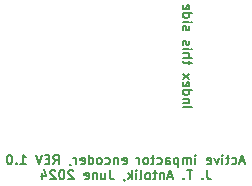
<source format=gbr>
%TF.GenerationSoftware,KiCad,Pcbnew,7.0.6*%
%TF.CreationDate,2024-06-20T12:42:18-04:00*%
%TF.ProjectId,ActiveImpactor_Encoder_Celera,41637469-7665-4496-9d70-6163746f725f,rev?*%
%TF.SameCoordinates,Original*%
%TF.FileFunction,Legend,Bot*%
%TF.FilePolarity,Positive*%
%FSLAX46Y46*%
G04 Gerber Fmt 4.6, Leading zero omitted, Abs format (unit mm)*
G04 Created by KiCad (PCBNEW 7.0.6) date 2024-06-20 12:42:18*
%MOMM*%
%LPD*%
G01*
G04 APERTURE LIST*
%ADD10C,0.150000*%
G04 APERTURE END LIST*
D10*
X10057143Y-7289723D02*
X9676190Y-7289723D01*
X10133333Y-7518295D02*
X9866666Y-6718295D01*
X9866666Y-6718295D02*
X9600000Y-7518295D01*
X8990476Y-7480200D02*
X9066667Y-7518295D01*
X9066667Y-7518295D02*
X9219048Y-7518295D01*
X9219048Y-7518295D02*
X9295238Y-7480200D01*
X9295238Y-7480200D02*
X9333333Y-7442104D01*
X9333333Y-7442104D02*
X9371429Y-7365914D01*
X9371429Y-7365914D02*
X9371429Y-7137342D01*
X9371429Y-7137342D02*
X9333333Y-7061152D01*
X9333333Y-7061152D02*
X9295238Y-7023057D01*
X9295238Y-7023057D02*
X9219048Y-6984961D01*
X9219048Y-6984961D02*
X9066667Y-6984961D01*
X9066667Y-6984961D02*
X8990476Y-7023057D01*
X8761905Y-6984961D02*
X8457143Y-6984961D01*
X8647619Y-6718295D02*
X8647619Y-7404009D01*
X8647619Y-7404009D02*
X8609524Y-7480200D01*
X8609524Y-7480200D02*
X8533334Y-7518295D01*
X8533334Y-7518295D02*
X8457143Y-7518295D01*
X8190476Y-7518295D02*
X8190476Y-6984961D01*
X8190476Y-6718295D02*
X8228572Y-6756390D01*
X8228572Y-6756390D02*
X8190476Y-6794485D01*
X8190476Y-6794485D02*
X8152381Y-6756390D01*
X8152381Y-6756390D02*
X8190476Y-6718295D01*
X8190476Y-6718295D02*
X8190476Y-6794485D01*
X7885715Y-6984961D02*
X7695239Y-7518295D01*
X7695239Y-7518295D02*
X7504762Y-6984961D01*
X6895238Y-7480200D02*
X6971429Y-7518295D01*
X6971429Y-7518295D02*
X7123810Y-7518295D01*
X7123810Y-7518295D02*
X7200000Y-7480200D01*
X7200000Y-7480200D02*
X7238096Y-7404009D01*
X7238096Y-7404009D02*
X7238096Y-7099247D01*
X7238096Y-7099247D02*
X7200000Y-7023057D01*
X7200000Y-7023057D02*
X7123810Y-6984961D01*
X7123810Y-6984961D02*
X6971429Y-6984961D01*
X6971429Y-6984961D02*
X6895238Y-7023057D01*
X6895238Y-7023057D02*
X6857143Y-7099247D01*
X6857143Y-7099247D02*
X6857143Y-7175438D01*
X6857143Y-7175438D02*
X7238096Y-7251628D01*
X5904762Y-7518295D02*
X5904762Y-6984961D01*
X5904762Y-6718295D02*
X5942858Y-6756390D01*
X5942858Y-6756390D02*
X5904762Y-6794485D01*
X5904762Y-6794485D02*
X5866667Y-6756390D01*
X5866667Y-6756390D02*
X5904762Y-6718295D01*
X5904762Y-6718295D02*
X5904762Y-6794485D01*
X5523810Y-7518295D02*
X5523810Y-6984961D01*
X5523810Y-7061152D02*
X5485715Y-7023057D01*
X5485715Y-7023057D02*
X5409525Y-6984961D01*
X5409525Y-6984961D02*
X5295239Y-6984961D01*
X5295239Y-6984961D02*
X5219048Y-7023057D01*
X5219048Y-7023057D02*
X5180953Y-7099247D01*
X5180953Y-7099247D02*
X5180953Y-7518295D01*
X5180953Y-7099247D02*
X5142858Y-7023057D01*
X5142858Y-7023057D02*
X5066667Y-6984961D01*
X5066667Y-6984961D02*
X4952382Y-6984961D01*
X4952382Y-6984961D02*
X4876191Y-7023057D01*
X4876191Y-7023057D02*
X4838096Y-7099247D01*
X4838096Y-7099247D02*
X4838096Y-7518295D01*
X4457143Y-6984961D02*
X4457143Y-7784961D01*
X4457143Y-7023057D02*
X4380953Y-6984961D01*
X4380953Y-6984961D02*
X4228572Y-6984961D01*
X4228572Y-6984961D02*
X4152381Y-7023057D01*
X4152381Y-7023057D02*
X4114286Y-7061152D01*
X4114286Y-7061152D02*
X4076191Y-7137342D01*
X4076191Y-7137342D02*
X4076191Y-7365914D01*
X4076191Y-7365914D02*
X4114286Y-7442104D01*
X4114286Y-7442104D02*
X4152381Y-7480200D01*
X4152381Y-7480200D02*
X4228572Y-7518295D01*
X4228572Y-7518295D02*
X4380953Y-7518295D01*
X4380953Y-7518295D02*
X4457143Y-7480200D01*
X3390476Y-7518295D02*
X3390476Y-7099247D01*
X3390476Y-7099247D02*
X3428571Y-7023057D01*
X3428571Y-7023057D02*
X3504762Y-6984961D01*
X3504762Y-6984961D02*
X3657143Y-6984961D01*
X3657143Y-6984961D02*
X3733333Y-7023057D01*
X3390476Y-7480200D02*
X3466667Y-7518295D01*
X3466667Y-7518295D02*
X3657143Y-7518295D01*
X3657143Y-7518295D02*
X3733333Y-7480200D01*
X3733333Y-7480200D02*
X3771429Y-7404009D01*
X3771429Y-7404009D02*
X3771429Y-7327819D01*
X3771429Y-7327819D02*
X3733333Y-7251628D01*
X3733333Y-7251628D02*
X3657143Y-7213533D01*
X3657143Y-7213533D02*
X3466667Y-7213533D01*
X3466667Y-7213533D02*
X3390476Y-7175438D01*
X2666666Y-7480200D02*
X2742857Y-7518295D01*
X2742857Y-7518295D02*
X2895238Y-7518295D01*
X2895238Y-7518295D02*
X2971428Y-7480200D01*
X2971428Y-7480200D02*
X3009523Y-7442104D01*
X3009523Y-7442104D02*
X3047619Y-7365914D01*
X3047619Y-7365914D02*
X3047619Y-7137342D01*
X3047619Y-7137342D02*
X3009523Y-7061152D01*
X3009523Y-7061152D02*
X2971428Y-7023057D01*
X2971428Y-7023057D02*
X2895238Y-6984961D01*
X2895238Y-6984961D02*
X2742857Y-6984961D01*
X2742857Y-6984961D02*
X2666666Y-7023057D01*
X2438095Y-6984961D02*
X2133333Y-6984961D01*
X2323809Y-6718295D02*
X2323809Y-7404009D01*
X2323809Y-7404009D02*
X2285714Y-7480200D01*
X2285714Y-7480200D02*
X2209524Y-7518295D01*
X2209524Y-7518295D02*
X2133333Y-7518295D01*
X1752381Y-7518295D02*
X1828571Y-7480200D01*
X1828571Y-7480200D02*
X1866666Y-7442104D01*
X1866666Y-7442104D02*
X1904762Y-7365914D01*
X1904762Y-7365914D02*
X1904762Y-7137342D01*
X1904762Y-7137342D02*
X1866666Y-7061152D01*
X1866666Y-7061152D02*
X1828571Y-7023057D01*
X1828571Y-7023057D02*
X1752381Y-6984961D01*
X1752381Y-6984961D02*
X1638095Y-6984961D01*
X1638095Y-6984961D02*
X1561904Y-7023057D01*
X1561904Y-7023057D02*
X1523809Y-7061152D01*
X1523809Y-7061152D02*
X1485714Y-7137342D01*
X1485714Y-7137342D02*
X1485714Y-7365914D01*
X1485714Y-7365914D02*
X1523809Y-7442104D01*
X1523809Y-7442104D02*
X1561904Y-7480200D01*
X1561904Y-7480200D02*
X1638095Y-7518295D01*
X1638095Y-7518295D02*
X1752381Y-7518295D01*
X1142856Y-7518295D02*
X1142856Y-6984961D01*
X1142856Y-7137342D02*
X1104761Y-7061152D01*
X1104761Y-7061152D02*
X1066666Y-7023057D01*
X1066666Y-7023057D02*
X990475Y-6984961D01*
X990475Y-6984961D02*
X914285Y-6984961D01*
X-266667Y-7480200D02*
X-190476Y-7518295D01*
X-190476Y-7518295D02*
X-38095Y-7518295D01*
X-38095Y-7518295D02*
X38094Y-7480200D01*
X38094Y-7480200D02*
X76190Y-7404009D01*
X76190Y-7404009D02*
X76190Y-7099247D01*
X76190Y-7099247D02*
X38094Y-7023057D01*
X38094Y-7023057D02*
X-38095Y-6984961D01*
X-38095Y-6984961D02*
X-190476Y-6984961D01*
X-190476Y-6984961D02*
X-266667Y-7023057D01*
X-266667Y-7023057D02*
X-304762Y-7099247D01*
X-304762Y-7099247D02*
X-304762Y-7175438D01*
X-304762Y-7175438D02*
X76190Y-7251628D01*
X-647619Y-6984961D02*
X-647619Y-7518295D01*
X-647619Y-7061152D02*
X-685714Y-7023057D01*
X-685714Y-7023057D02*
X-761904Y-6984961D01*
X-761904Y-6984961D02*
X-876190Y-6984961D01*
X-876190Y-6984961D02*
X-952381Y-7023057D01*
X-952381Y-7023057D02*
X-990476Y-7099247D01*
X-990476Y-7099247D02*
X-990476Y-7518295D01*
X-1714286Y-7480200D02*
X-1638095Y-7518295D01*
X-1638095Y-7518295D02*
X-1485714Y-7518295D01*
X-1485714Y-7518295D02*
X-1409524Y-7480200D01*
X-1409524Y-7480200D02*
X-1371429Y-7442104D01*
X-1371429Y-7442104D02*
X-1333333Y-7365914D01*
X-1333333Y-7365914D02*
X-1333333Y-7137342D01*
X-1333333Y-7137342D02*
X-1371429Y-7061152D01*
X-1371429Y-7061152D02*
X-1409524Y-7023057D01*
X-1409524Y-7023057D02*
X-1485714Y-6984961D01*
X-1485714Y-6984961D02*
X-1638095Y-6984961D01*
X-1638095Y-6984961D02*
X-1714286Y-7023057D01*
X-2171428Y-7518295D02*
X-2095238Y-7480200D01*
X-2095238Y-7480200D02*
X-2057143Y-7442104D01*
X-2057143Y-7442104D02*
X-2019047Y-7365914D01*
X-2019047Y-7365914D02*
X-2019047Y-7137342D01*
X-2019047Y-7137342D02*
X-2057143Y-7061152D01*
X-2057143Y-7061152D02*
X-2095238Y-7023057D01*
X-2095238Y-7023057D02*
X-2171428Y-6984961D01*
X-2171428Y-6984961D02*
X-2285714Y-6984961D01*
X-2285714Y-6984961D02*
X-2361905Y-7023057D01*
X-2361905Y-7023057D02*
X-2400000Y-7061152D01*
X-2400000Y-7061152D02*
X-2438095Y-7137342D01*
X-2438095Y-7137342D02*
X-2438095Y-7365914D01*
X-2438095Y-7365914D02*
X-2400000Y-7442104D01*
X-2400000Y-7442104D02*
X-2361905Y-7480200D01*
X-2361905Y-7480200D02*
X-2285714Y-7518295D01*
X-2285714Y-7518295D02*
X-2171428Y-7518295D01*
X-3123810Y-7518295D02*
X-3123810Y-6718295D01*
X-3123810Y-7480200D02*
X-3047619Y-7518295D01*
X-3047619Y-7518295D02*
X-2895238Y-7518295D01*
X-2895238Y-7518295D02*
X-2819048Y-7480200D01*
X-2819048Y-7480200D02*
X-2780953Y-7442104D01*
X-2780953Y-7442104D02*
X-2742857Y-7365914D01*
X-2742857Y-7365914D02*
X-2742857Y-7137342D01*
X-2742857Y-7137342D02*
X-2780953Y-7061152D01*
X-2780953Y-7061152D02*
X-2819048Y-7023057D01*
X-2819048Y-7023057D02*
X-2895238Y-6984961D01*
X-2895238Y-6984961D02*
X-3047619Y-6984961D01*
X-3047619Y-6984961D02*
X-3123810Y-7023057D01*
X-3809525Y-7480200D02*
X-3733334Y-7518295D01*
X-3733334Y-7518295D02*
X-3580953Y-7518295D01*
X-3580953Y-7518295D02*
X-3504763Y-7480200D01*
X-3504763Y-7480200D02*
X-3466667Y-7404009D01*
X-3466667Y-7404009D02*
X-3466667Y-7099247D01*
X-3466667Y-7099247D02*
X-3504763Y-7023057D01*
X-3504763Y-7023057D02*
X-3580953Y-6984961D01*
X-3580953Y-6984961D02*
X-3733334Y-6984961D01*
X-3733334Y-6984961D02*
X-3809525Y-7023057D01*
X-3809525Y-7023057D02*
X-3847620Y-7099247D01*
X-3847620Y-7099247D02*
X-3847620Y-7175438D01*
X-3847620Y-7175438D02*
X-3466667Y-7251628D01*
X-4190477Y-7518295D02*
X-4190477Y-6984961D01*
X-4190477Y-7137342D02*
X-4228572Y-7061152D01*
X-4228572Y-7061152D02*
X-4266667Y-7023057D01*
X-4266667Y-7023057D02*
X-4342858Y-6984961D01*
X-4342858Y-6984961D02*
X-4419048Y-6984961D01*
X-4723810Y-7480200D02*
X-4723810Y-7518295D01*
X-4723810Y-7518295D02*
X-4685715Y-7594485D01*
X-4685715Y-7594485D02*
X-4647619Y-7632580D01*
X-6133334Y-7518295D02*
X-5866667Y-7137342D01*
X-5676191Y-7518295D02*
X-5676191Y-6718295D01*
X-5676191Y-6718295D02*
X-5980953Y-6718295D01*
X-5980953Y-6718295D02*
X-6057143Y-6756390D01*
X-6057143Y-6756390D02*
X-6095238Y-6794485D01*
X-6095238Y-6794485D02*
X-6133334Y-6870676D01*
X-6133334Y-6870676D02*
X-6133334Y-6984961D01*
X-6133334Y-6984961D02*
X-6095238Y-7061152D01*
X-6095238Y-7061152D02*
X-6057143Y-7099247D01*
X-6057143Y-7099247D02*
X-5980953Y-7137342D01*
X-5980953Y-7137342D02*
X-5676191Y-7137342D01*
X-6476191Y-7099247D02*
X-6742857Y-7099247D01*
X-6857143Y-7518295D02*
X-6476191Y-7518295D01*
X-6476191Y-7518295D02*
X-6476191Y-6718295D01*
X-6476191Y-6718295D02*
X-6857143Y-6718295D01*
X-7085715Y-6718295D02*
X-7352382Y-7518295D01*
X-7352382Y-7518295D02*
X-7619048Y-6718295D01*
X-8914286Y-7518295D02*
X-8457143Y-7518295D01*
X-8685715Y-7518295D02*
X-8685715Y-6718295D01*
X-8685715Y-6718295D02*
X-8609524Y-6832580D01*
X-8609524Y-6832580D02*
X-8533334Y-6908771D01*
X-8533334Y-6908771D02*
X-8457143Y-6946866D01*
X-9257144Y-7442104D02*
X-9295239Y-7480200D01*
X-9295239Y-7480200D02*
X-9257144Y-7518295D01*
X-9257144Y-7518295D02*
X-9219048Y-7480200D01*
X-9219048Y-7480200D02*
X-9257144Y-7442104D01*
X-9257144Y-7442104D02*
X-9257144Y-7518295D01*
X-9790477Y-6718295D02*
X-9866667Y-6718295D01*
X-9866667Y-6718295D02*
X-9942858Y-6756390D01*
X-9942858Y-6756390D02*
X-9980953Y-6794485D01*
X-9980953Y-6794485D02*
X-10019048Y-6870676D01*
X-10019048Y-6870676D02*
X-10057143Y-7023057D01*
X-10057143Y-7023057D02*
X-10057143Y-7213533D01*
X-10057143Y-7213533D02*
X-10019048Y-7365914D01*
X-10019048Y-7365914D02*
X-9980953Y-7442104D01*
X-9980953Y-7442104D02*
X-9942858Y-7480200D01*
X-9942858Y-7480200D02*
X-9866667Y-7518295D01*
X-9866667Y-7518295D02*
X-9790477Y-7518295D01*
X-9790477Y-7518295D02*
X-9714286Y-7480200D01*
X-9714286Y-7480200D02*
X-9676191Y-7442104D01*
X-9676191Y-7442104D02*
X-9638096Y-7365914D01*
X-9638096Y-7365914D02*
X-9600000Y-7213533D01*
X-9600000Y-7213533D02*
X-9600000Y-7023057D01*
X-9600000Y-7023057D02*
X-9638096Y-6870676D01*
X-9638096Y-6870676D02*
X-9676191Y-6794485D01*
X-9676191Y-6794485D02*
X-9714286Y-6756390D01*
X-9714286Y-6756390D02*
X-9790477Y-6718295D01*
X6895239Y-8006295D02*
X6895239Y-8577723D01*
X6895239Y-8577723D02*
X6933334Y-8692009D01*
X6933334Y-8692009D02*
X7009525Y-8768200D01*
X7009525Y-8768200D02*
X7123810Y-8806295D01*
X7123810Y-8806295D02*
X7200001Y-8806295D01*
X6514286Y-8730104D02*
X6476191Y-8768200D01*
X6476191Y-8768200D02*
X6514286Y-8806295D01*
X6514286Y-8806295D02*
X6552382Y-8768200D01*
X6552382Y-8768200D02*
X6514286Y-8730104D01*
X6514286Y-8730104D02*
X6514286Y-8806295D01*
X5638096Y-8006295D02*
X5180953Y-8006295D01*
X5409525Y-8806295D02*
X5409525Y-8006295D01*
X4914286Y-8730104D02*
X4876191Y-8768200D01*
X4876191Y-8768200D02*
X4914286Y-8806295D01*
X4914286Y-8806295D02*
X4952382Y-8768200D01*
X4952382Y-8768200D02*
X4914286Y-8730104D01*
X4914286Y-8730104D02*
X4914286Y-8806295D01*
X3961906Y-8577723D02*
X3580953Y-8577723D01*
X4038096Y-8806295D02*
X3771429Y-8006295D01*
X3771429Y-8006295D02*
X3504763Y-8806295D01*
X3238096Y-8272961D02*
X3238096Y-8806295D01*
X3238096Y-8349152D02*
X3200001Y-8311057D01*
X3200001Y-8311057D02*
X3123811Y-8272961D01*
X3123811Y-8272961D02*
X3009525Y-8272961D01*
X3009525Y-8272961D02*
X2933334Y-8311057D01*
X2933334Y-8311057D02*
X2895239Y-8387247D01*
X2895239Y-8387247D02*
X2895239Y-8806295D01*
X2628572Y-8272961D02*
X2323810Y-8272961D01*
X2514286Y-8006295D02*
X2514286Y-8692009D01*
X2514286Y-8692009D02*
X2476191Y-8768200D01*
X2476191Y-8768200D02*
X2400001Y-8806295D01*
X2400001Y-8806295D02*
X2323810Y-8806295D01*
X1942858Y-8806295D02*
X2019048Y-8768200D01*
X2019048Y-8768200D02*
X2057143Y-8730104D01*
X2057143Y-8730104D02*
X2095239Y-8653914D01*
X2095239Y-8653914D02*
X2095239Y-8425342D01*
X2095239Y-8425342D02*
X2057143Y-8349152D01*
X2057143Y-8349152D02*
X2019048Y-8311057D01*
X2019048Y-8311057D02*
X1942858Y-8272961D01*
X1942858Y-8272961D02*
X1828572Y-8272961D01*
X1828572Y-8272961D02*
X1752381Y-8311057D01*
X1752381Y-8311057D02*
X1714286Y-8349152D01*
X1714286Y-8349152D02*
X1676191Y-8425342D01*
X1676191Y-8425342D02*
X1676191Y-8653914D01*
X1676191Y-8653914D02*
X1714286Y-8730104D01*
X1714286Y-8730104D02*
X1752381Y-8768200D01*
X1752381Y-8768200D02*
X1828572Y-8806295D01*
X1828572Y-8806295D02*
X1942858Y-8806295D01*
X1219048Y-8806295D02*
X1295238Y-8768200D01*
X1295238Y-8768200D02*
X1333333Y-8692009D01*
X1333333Y-8692009D02*
X1333333Y-8006295D01*
X914285Y-8806295D02*
X914285Y-8272961D01*
X914285Y-8006295D02*
X952381Y-8044390D01*
X952381Y-8044390D02*
X914285Y-8082485D01*
X914285Y-8082485D02*
X876190Y-8044390D01*
X876190Y-8044390D02*
X914285Y-8006295D01*
X914285Y-8006295D02*
X914285Y-8082485D01*
X533333Y-8806295D02*
X533333Y-8006295D01*
X457143Y-8501533D02*
X228571Y-8806295D01*
X228571Y-8272961D02*
X533333Y-8577723D01*
X-152380Y-8768200D02*
X-152380Y-8806295D01*
X-152380Y-8806295D02*
X-114285Y-8882485D01*
X-114285Y-8882485D02*
X-76189Y-8920580D01*
X-1333332Y-8006295D02*
X-1333332Y-8577723D01*
X-1333332Y-8577723D02*
X-1295237Y-8692009D01*
X-1295237Y-8692009D02*
X-1219046Y-8768200D01*
X-1219046Y-8768200D02*
X-1104761Y-8806295D01*
X-1104761Y-8806295D02*
X-1028570Y-8806295D01*
X-2057142Y-8272961D02*
X-2057142Y-8806295D01*
X-1714285Y-8272961D02*
X-1714285Y-8692009D01*
X-1714285Y-8692009D02*
X-1752380Y-8768200D01*
X-1752380Y-8768200D02*
X-1828570Y-8806295D01*
X-1828570Y-8806295D02*
X-1942856Y-8806295D01*
X-1942856Y-8806295D02*
X-2019047Y-8768200D01*
X-2019047Y-8768200D02*
X-2057142Y-8730104D01*
X-2438095Y-8272961D02*
X-2438095Y-8806295D01*
X-2438095Y-8349152D02*
X-2476190Y-8311057D01*
X-2476190Y-8311057D02*
X-2552380Y-8272961D01*
X-2552380Y-8272961D02*
X-2666666Y-8272961D01*
X-2666666Y-8272961D02*
X-2742857Y-8311057D01*
X-2742857Y-8311057D02*
X-2780952Y-8387247D01*
X-2780952Y-8387247D02*
X-2780952Y-8806295D01*
X-3466667Y-8768200D02*
X-3390476Y-8806295D01*
X-3390476Y-8806295D02*
X-3238095Y-8806295D01*
X-3238095Y-8806295D02*
X-3161905Y-8768200D01*
X-3161905Y-8768200D02*
X-3123809Y-8692009D01*
X-3123809Y-8692009D02*
X-3123809Y-8387247D01*
X-3123809Y-8387247D02*
X-3161905Y-8311057D01*
X-3161905Y-8311057D02*
X-3238095Y-8272961D01*
X-3238095Y-8272961D02*
X-3390476Y-8272961D01*
X-3390476Y-8272961D02*
X-3466667Y-8311057D01*
X-3466667Y-8311057D02*
X-3504762Y-8387247D01*
X-3504762Y-8387247D02*
X-3504762Y-8463438D01*
X-3504762Y-8463438D02*
X-3123809Y-8539628D01*
X-4419047Y-8082485D02*
X-4457143Y-8044390D01*
X-4457143Y-8044390D02*
X-4533333Y-8006295D01*
X-4533333Y-8006295D02*
X-4723809Y-8006295D01*
X-4723809Y-8006295D02*
X-4800000Y-8044390D01*
X-4800000Y-8044390D02*
X-4838095Y-8082485D01*
X-4838095Y-8082485D02*
X-4876190Y-8158676D01*
X-4876190Y-8158676D02*
X-4876190Y-8234866D01*
X-4876190Y-8234866D02*
X-4838095Y-8349152D01*
X-4838095Y-8349152D02*
X-4380952Y-8806295D01*
X-4380952Y-8806295D02*
X-4876190Y-8806295D01*
X-5371429Y-8006295D02*
X-5447619Y-8006295D01*
X-5447619Y-8006295D02*
X-5523810Y-8044390D01*
X-5523810Y-8044390D02*
X-5561905Y-8082485D01*
X-5561905Y-8082485D02*
X-5600000Y-8158676D01*
X-5600000Y-8158676D02*
X-5638095Y-8311057D01*
X-5638095Y-8311057D02*
X-5638095Y-8501533D01*
X-5638095Y-8501533D02*
X-5600000Y-8653914D01*
X-5600000Y-8653914D02*
X-5561905Y-8730104D01*
X-5561905Y-8730104D02*
X-5523810Y-8768200D01*
X-5523810Y-8768200D02*
X-5447619Y-8806295D01*
X-5447619Y-8806295D02*
X-5371429Y-8806295D01*
X-5371429Y-8806295D02*
X-5295238Y-8768200D01*
X-5295238Y-8768200D02*
X-5257143Y-8730104D01*
X-5257143Y-8730104D02*
X-5219048Y-8653914D01*
X-5219048Y-8653914D02*
X-5180952Y-8501533D01*
X-5180952Y-8501533D02*
X-5180952Y-8311057D01*
X-5180952Y-8311057D02*
X-5219048Y-8158676D01*
X-5219048Y-8158676D02*
X-5257143Y-8082485D01*
X-5257143Y-8082485D02*
X-5295238Y-8044390D01*
X-5295238Y-8044390D02*
X-5371429Y-8006295D01*
X-5942857Y-8082485D02*
X-5980953Y-8044390D01*
X-5980953Y-8044390D02*
X-6057143Y-8006295D01*
X-6057143Y-8006295D02*
X-6247619Y-8006295D01*
X-6247619Y-8006295D02*
X-6323810Y-8044390D01*
X-6323810Y-8044390D02*
X-6361905Y-8082485D01*
X-6361905Y-8082485D02*
X-6400000Y-8158676D01*
X-6400000Y-8158676D02*
X-6400000Y-8234866D01*
X-6400000Y-8234866D02*
X-6361905Y-8349152D01*
X-6361905Y-8349152D02*
X-5904762Y-8806295D01*
X-5904762Y-8806295D02*
X-6400000Y-8806295D01*
X-7085715Y-8272961D02*
X-7085715Y-8806295D01*
X-6895239Y-7968200D02*
X-6704762Y-8539628D01*
X-6704762Y-8539628D02*
X-7200001Y-8539628D01*
X4837704Y-2723809D02*
X5637704Y-2723809D01*
X5371038Y-2342857D02*
X4837704Y-2342857D01*
X5294847Y-2342857D02*
X5332942Y-2304762D01*
X5332942Y-2304762D02*
X5371038Y-2228572D01*
X5371038Y-2228572D02*
X5371038Y-2114286D01*
X5371038Y-2114286D02*
X5332942Y-2038095D01*
X5332942Y-2038095D02*
X5256752Y-2000000D01*
X5256752Y-2000000D02*
X4837704Y-2000000D01*
X4837704Y-1276190D02*
X5637704Y-1276190D01*
X4875800Y-1276190D02*
X4837704Y-1352381D01*
X4837704Y-1352381D02*
X4837704Y-1504762D01*
X4837704Y-1504762D02*
X4875800Y-1580952D01*
X4875800Y-1580952D02*
X4913895Y-1619047D01*
X4913895Y-1619047D02*
X4990085Y-1657143D01*
X4990085Y-1657143D02*
X5218657Y-1657143D01*
X5218657Y-1657143D02*
X5294847Y-1619047D01*
X5294847Y-1619047D02*
X5332942Y-1580952D01*
X5332942Y-1580952D02*
X5371038Y-1504762D01*
X5371038Y-1504762D02*
X5371038Y-1352381D01*
X5371038Y-1352381D02*
X5332942Y-1276190D01*
X4875800Y-590475D02*
X4837704Y-666666D01*
X4837704Y-666666D02*
X4837704Y-819047D01*
X4837704Y-819047D02*
X4875800Y-895237D01*
X4875800Y-895237D02*
X4951990Y-933333D01*
X4951990Y-933333D02*
X5256752Y-933333D01*
X5256752Y-933333D02*
X5332942Y-895237D01*
X5332942Y-895237D02*
X5371038Y-819047D01*
X5371038Y-819047D02*
X5371038Y-666666D01*
X5371038Y-666666D02*
X5332942Y-590475D01*
X5332942Y-590475D02*
X5256752Y-552380D01*
X5256752Y-552380D02*
X5180561Y-552380D01*
X5180561Y-552380D02*
X5104371Y-933333D01*
X4837704Y-285714D02*
X5371038Y133333D01*
X5371038Y-285714D02*
X4837704Y133333D01*
X5371038Y933333D02*
X5371038Y1238095D01*
X5637704Y1047619D02*
X4951990Y1047619D01*
X4951990Y1047619D02*
X4875800Y1085714D01*
X4875800Y1085714D02*
X4837704Y1161904D01*
X4837704Y1161904D02*
X4837704Y1238095D01*
X4837704Y1504762D02*
X5637704Y1504762D01*
X4837704Y1847619D02*
X5256752Y1847619D01*
X5256752Y1847619D02*
X5332942Y1809524D01*
X5332942Y1809524D02*
X5371038Y1733333D01*
X5371038Y1733333D02*
X5371038Y1619047D01*
X5371038Y1619047D02*
X5332942Y1542857D01*
X5332942Y1542857D02*
X5294847Y1504762D01*
X4837704Y2228572D02*
X5371038Y2228572D01*
X5637704Y2228572D02*
X5599609Y2190476D01*
X5599609Y2190476D02*
X5561514Y2228572D01*
X5561514Y2228572D02*
X5599609Y2266667D01*
X5599609Y2266667D02*
X5637704Y2228572D01*
X5637704Y2228572D02*
X5561514Y2228572D01*
X4875800Y2571428D02*
X4837704Y2647619D01*
X4837704Y2647619D02*
X4837704Y2800000D01*
X4837704Y2800000D02*
X4875800Y2876190D01*
X4875800Y2876190D02*
X4951990Y2914286D01*
X4951990Y2914286D02*
X4990085Y2914286D01*
X4990085Y2914286D02*
X5066276Y2876190D01*
X5066276Y2876190D02*
X5104371Y2800000D01*
X5104371Y2800000D02*
X5104371Y2685714D01*
X5104371Y2685714D02*
X5142466Y2609524D01*
X5142466Y2609524D02*
X5218657Y2571428D01*
X5218657Y2571428D02*
X5256752Y2571428D01*
X5256752Y2571428D02*
X5332942Y2609524D01*
X5332942Y2609524D02*
X5371038Y2685714D01*
X5371038Y2685714D02*
X5371038Y2800000D01*
X5371038Y2800000D02*
X5332942Y2876190D01*
X4875800Y3828571D02*
X4837704Y3904762D01*
X4837704Y3904762D02*
X4837704Y4057143D01*
X4837704Y4057143D02*
X4875800Y4133333D01*
X4875800Y4133333D02*
X4951990Y4171429D01*
X4951990Y4171429D02*
X4990085Y4171429D01*
X4990085Y4171429D02*
X5066276Y4133333D01*
X5066276Y4133333D02*
X5104371Y4057143D01*
X5104371Y4057143D02*
X5104371Y3942857D01*
X5104371Y3942857D02*
X5142466Y3866667D01*
X5142466Y3866667D02*
X5218657Y3828571D01*
X5218657Y3828571D02*
X5256752Y3828571D01*
X5256752Y3828571D02*
X5332942Y3866667D01*
X5332942Y3866667D02*
X5371038Y3942857D01*
X5371038Y3942857D02*
X5371038Y4057143D01*
X5371038Y4057143D02*
X5332942Y4133333D01*
X4837704Y4514286D02*
X5371038Y4514286D01*
X5637704Y4514286D02*
X5599609Y4476190D01*
X5599609Y4476190D02*
X5561514Y4514286D01*
X5561514Y4514286D02*
X5599609Y4552381D01*
X5599609Y4552381D02*
X5637704Y4514286D01*
X5637704Y4514286D02*
X5561514Y4514286D01*
X4837704Y5238095D02*
X5637704Y5238095D01*
X4875800Y5238095D02*
X4837704Y5161904D01*
X4837704Y5161904D02*
X4837704Y5009523D01*
X4837704Y5009523D02*
X4875800Y4933333D01*
X4875800Y4933333D02*
X4913895Y4895238D01*
X4913895Y4895238D02*
X4990085Y4857142D01*
X4990085Y4857142D02*
X5218657Y4857142D01*
X5218657Y4857142D02*
X5294847Y4895238D01*
X5294847Y4895238D02*
X5332942Y4933333D01*
X5332942Y4933333D02*
X5371038Y5009523D01*
X5371038Y5009523D02*
X5371038Y5161904D01*
X5371038Y5161904D02*
X5332942Y5238095D01*
X4875800Y5923810D02*
X4837704Y5847619D01*
X4837704Y5847619D02*
X4837704Y5695238D01*
X4837704Y5695238D02*
X4875800Y5619048D01*
X4875800Y5619048D02*
X4951990Y5580952D01*
X4951990Y5580952D02*
X5256752Y5580952D01*
X5256752Y5580952D02*
X5332942Y5619048D01*
X5332942Y5619048D02*
X5371038Y5695238D01*
X5371038Y5695238D02*
X5371038Y5847619D01*
X5371038Y5847619D02*
X5332942Y5923810D01*
X5332942Y5923810D02*
X5256752Y5961905D01*
X5256752Y5961905D02*
X5180561Y5961905D01*
X5180561Y5961905D02*
X5104371Y5580952D01*
%LPC*%
%LPD*%
M02*

</source>
